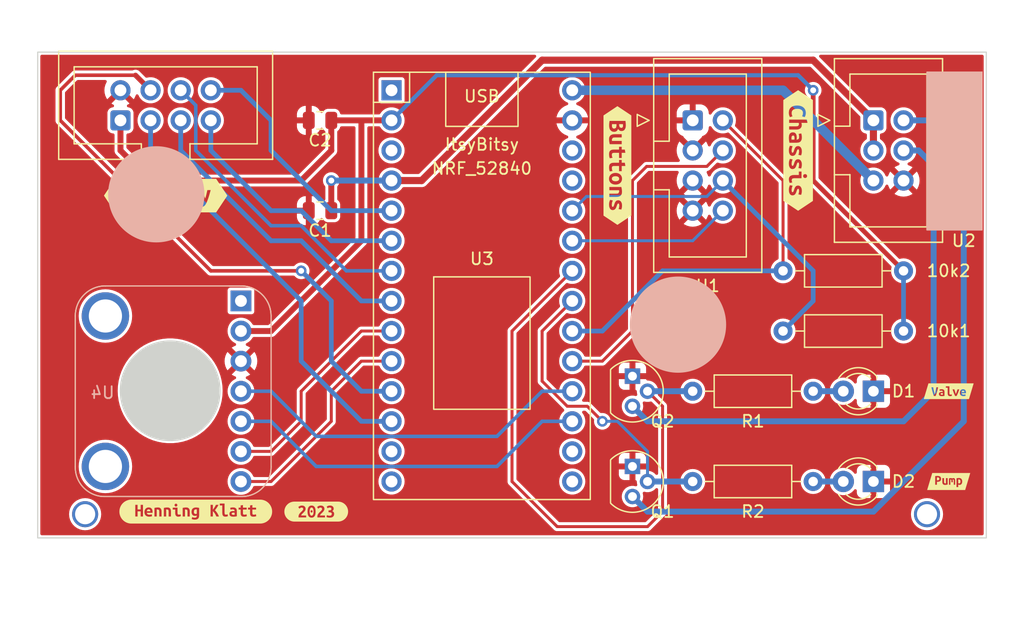
<source format=kicad_pcb>
(kicad_pcb (version 20221018) (generator pcbnew)
  (layers (0 "F.Cu" signal) (31 "B.Cu" signal) (34 "B.Paste" user) (35 "F.Paste" user) (36 "B.SilkS" user "B.Silkscreen") (37 "F.SilkS" user "F.Silkscreen") (38 "B.Mask" user) (39 "F.Mask" user) (44 "Edge.Cuts" user))
  (net 0 "")
  (net 1 "BTN2")
  (net 2 "+3.3V")
  (net 3 "BTN1")
  (net 4 "+5V")
  (net 5 "GND")
  (net 6 "Net-(D1-A)")
  (net 7 "Net-(D2-A)")
  (net 8 "PUMP_PWR")
  (net 9 "PUMP_CTL")
  (net 10 "VALVE_PWR")
  (net 11 "VALVE_CTL")
  (net 12 "LED1")
  (net 13 "LED2")
  (net 14 "+BATT")
  (net 17 "BL")
  (net 18 "RST")
  (net 19 "DC")
  (net 20 "CS")
  (net 21 "EOC")
  (net 22 "MPRLS_RST")
  (net 23 "SCK")
  (net 24 "MOSI")
  (net 25 "MISO")
  (net 29 "SDA")
  (net 30 "SCL")
  (footprint "LED_THT:LED_D3.0mm" (layer "F.Cu") (at 119.38 61.595 180)
    (fp_text reference "D1" (at -2.54 0) (layer "F.SilkS"))
    (fp_text value "LED")
    (pad "1" thru_hole rect (at 0 0 180) (size 1.8 1.8) (drill 0.9) (layers "*.Cu" "*.Mask") (net 5 "GND"))
    (pad "2" thru_hole circle (at 2.54 0 180) (size 1.8 1.8) (drill 0.9) (layers "*.Cu" "*.Mask") (net 6 "Net-(D1-A)"))
  )
  (footprint "kibuzzard-6462506E" (layer "F.Cu") (at 59.69 45.085)
    (fp_text reference "kibuzzard-6462506E" hide)
    (fp_text value "G***" hide)
  )
  (footprint "Capacitor_SMD:C_0805_2012Metric" (layer "F.Cu") (at 72.71 38.735 180)
    (fp_text reference "C2" (at 0 -1.68) (layer "F.SilkS"))
    (fp_text value "4.7uF")
    (pad "1" smd roundrect (at -0.95 0 180) (size 1 1.45) (layers "F.Cu" "F.Paste" "F.Mask") (net 2 "+3.3V"))
    (pad "2" smd roundrect (at 0.95 0 180) (size 1 1.45) (layers "F.Cu" "F.Paste" "F.Mask") (net 5 "GND"))
  )
  (footprint "PRO_MCU:BoardGeometry" (layer "F.Cu") (at 88.9 53.975)
    (fp_text reference "Logo" hide)
    (fp_text value "BoardGeometry")
    (fp_rect (start -40 20) (end 40 -21) (stroke (width 0.1)) (fill none) (layer "Edge.Cuts"))
    (pad "" thru_hole circle (at -36 18) (size 2.2 2.2) (drill 1.7) (layers "*.Cu" "*.Mask"))
    (pad "" thru_hole circle (at 35 18) (size 2.2 2.2) (drill 1.7) (layers "*.Cu" "*.Mask"))
  )
  (footprint "kibuzzard-64625088" (layer "F.Cu") (at 97.79 42.545 -90)
    (fp_text reference "kibuzzard-64625088" hide)
    (fp_text value "G***" hide)
  )
  (footprint "kibuzzard-646250CA" (layer "F.Cu") (at 113.03 41.275 -90)
    (fp_text reference "kibuzzard-646250CA" hide)
    (fp_text value "G***" hide)
  )
  (footprint "Package_TO_SOT_THT:TO-92" (layer "F.Cu") (at 99.06 67.945 -90)
    (fp_text reference "Q1" (at 3.81 -2.54 -180) (layer "F.SilkS"))
    (fp_text value "TN0702")
    (pad "1" thru_hole rect (at 0 0 270) (size 1.3 1.3) (drill 0.75) (layers "*.Cu" "*.Mask") (net 5 "GND"))
    (pad "2" thru_hole circle (at 1.27 -1.27 270) (size 1.3 1.3) (drill 0.75) (layers "*.Cu" "*.Mask") (net 9 "PUMP_CTL"))
    (pad "3" thru_hole circle (at 2.54 0 270) (size 1.3 1.3) (drill 0.75) (layers "*.Cu" "*.Mask") (net 8 "PUMP_PWR"))
  )
  (footprint "Capacitor_SMD:C_0805_2012Metric" (layer "F.Cu") (at 72.71 46.355 180)
    (fp_text reference "C1" (at 0 -1.68) (layer "F.SilkS"))
    (fp_text value "4.7uF")
    (pad "1" smd roundrect (at -0.95 0 180) (size 1 1.45) (layers "F.Cu" "F.Paste" "F.Mask") (net 4 "+5V"))
    (pad "2" smd roundrect (at 0.95 0 180) (size 1 1.45) (layers "F.Cu" "F.Paste" "F.Mask") (net 5 "GND"))
  )
  (footprint "Connector_IDC:IDC-Header_2x04_P2.54mm_Vertical" (layer "F.Cu") (at 104.14 38.735)
    (fp_text reference "U1" (at 1.27 13.97) (layer "F.SilkS"))
    (fp_text value "Buttons_LED" hide)
    (pad "1" thru_hole roundrect (at 0 0) (size 1.7 1.7) (drill 1) (layers "*.Cu" "*.Mask") (roundrect_rratio 0.1470588235) (net 5 "GND"))
    (pad "2" thru_hole circle (at 2.54 0) (size 1.7 1.7) (drill 1) (layers "*.Cu" "*.Mask") (net 3 "BTN1"))
    (pad "3" thru_hole circle (at 0 2.54) (size 1.7 1.7) (drill 1) (layers "*.Cu" "*.Mask") (net 5 "GND"))
    (pad "4" thru_hole circle (at 2.54 2.54) (size 1.7 1.7) (drill 1) (layers "*.Cu" "*.Mask") (net 12 "LED1"))
    (pad "5" thru_hole circle (at 0 5.08) (size 1.7 1.7) (drill 1) (layers "*.Cu" "*.Mask") (net 5 "GND"))
    (pad "6" thru_hole circle (at 2.54 5.08) (size 1.7 1.7) (drill 1) (layers "*.Cu" "*.Mask") (net 1 "BTN2"))
    (pad "7" thru_hole circle (at 0 7.62) (size 1.7 1.7) (drill 1) (layers "*.Cu" "*.Mask") (net 5 "GND"))
    (pad "8" thru_hole circle (at 2.54 7.62) (size 1.7 1.7) (drill 1) (layers "*.Cu" "*.Mask") (net 13 "LED2"))
  )
  (footprint "Connector_IDC:IDC-Header_2x04_P2.54mm_Vertical" (layer "F.Cu") (at 55.88 38.735 90)
    (fp_text reference "U5" hide)
    (fp_text value "waveshare_15867" hide)
    (pad "1" thru_hole roundrect (at 0 0 90) (size 1.7 1.7) (drill 1) (layers "*.Cu" "*.Mask") (roundrect_rratio 0.1470588235) (net 2 "+3.3V"))
    (pad "2" thru_hole circle (at 2.54 0 90) (size 1.7 1.7) (drill 1) (layers "*.Cu" "*.Mask") (net 5 "GND"))
    (pad "3" thru_hole circle (at 0 2.54 90) (size 1.7 1.7) (drill 1) (layers "*.Cu" "*.Mask") (net 24 "MOSI"))
    (pad "4" thru_hole circle (at 2.54 2.54 90) (size 1.7 1.7) (drill 1) (layers "*.Cu" "*.Mask") (net 23 "SCK"))
    (pad "5" thru_hole circle (at 0 5.08 90) (size 1.7 1.7) (drill 1) (layers "*.Cu" "*.Mask") (net 20 "CS"))
    (pad "6" thru_hole circle (at 2.54 5.08 90) (size 1.7 1.7) (drill 1) (layers "*.Cu" "*.Mask") (net 19 "DC"))
    (pad "7" thru_hole circle (at 0 7.62 90) (size 1.7 1.7) (drill 1) (layers "*.Cu" "*.Mask") (net 18 "RST"))
    (pad "8" thru_hole circle (at 2.54 7.62 90) (size 1.7 1.7) (drill 1) (layers "*.Cu" "*.Mask") (net 17 "BL"))
  )
  (footprint "Resistor_THT:R_Axial_DIN0207_L6.3mm_D2.5mm_P10.16mm_Horizontal" (layer "F.Cu") (at 104.14 69.215)
    (fp_text reference "R2" (at 5.08 2.54) (layer "F.SilkS"))
    (fp_text value "680")
    (pad "1" thru_hole circle (at 0 0) (size 1.6 1.6) (drill 0.8) (layers "*.Cu" "*.Mask") (net 9 "PUMP_CTL"))
    (pad "2" thru_hole oval (at 10.16 0) (size 1.6 1.6) (drill 0.8) (layers "*.Cu" "*.Mask") (net 7 "Net-(D2-A)"))
  )
  (footprint "LED_THT:LED_D3.0mm" (layer "F.Cu") (at 119.38 69.215 180)
    (fp_text reference "D2" (at -2.54 0) (layer "F.SilkS"))
    (fp_text value "LED")
    (pad "1" thru_hole rect (at 0 0 180) (size 1.8 1.8) (drill 0.9) (layers "*.Cu" "*.Mask") (net 5 "GND"))
    (pad "2" thru_hole circle (at 2.54 0 180) (size 1.8 1.8) (drill 0.9) (layers "*.Cu" "*.Mask") (net 7 "Net-(D2-A)"))
  )
  (footprint "kibuzzard-64625122" (layer "F.Cu") (at 72.39 71.755)
    (fp_text reference "kibuzzard-64625122" hide)
    (fp_text value "G***" hide)
  )
  (footprint "kibuzzard-646251AC" (layer "F.Cu") (at 125.73 69.215)
    (fp_text reference "kibuzzard-646251AC" hide)
    (fp_text value "G***" hide)
  )
  (footprint "PRO_MCU:ItsyBitsy_NRF52840" (layer "F.Cu") (at 88.9 48.895)
    (fp_text reference "U3" (at -2.54 1.524 unlocked) (layer "F.SilkS"))
    (fp_text value "ItsyBitsy_NRF52840")
    (fp_text user "USB" (at -2.54 -12.192 unlocked) (layer "F.SilkS"))
    (fp_text user "NRF_52840" (at -2.54 -6.096 unlocked) (layer "F.SilkS"))
    (fp_text user "ItsyBitsy" (at -2.54 -8.128 unlocked) (layer "F.SilkS"))
    (pad "1" thru_hole rect (at -10.16 -12.7) (size 1.7 1.7) (drill 1) (layers "*.Cu" "*.Mask"))
    (pad "2" thru_hole oval (at -10.16 -10.16) (size 1.7 1.7) (drill 1) (layers "*.Cu" "*.Mask") (net 2 "+3.3V"))
    (pad "3" thru_hole oval (at -10.16 -7.62) (size 1.7 1.7) (drill 1) (layers "*.Cu" "*.Mask"))
    (pad "4" thru_hole oval (at -10.16 -5.08) (size 1.7 1.7) (drill 1) (layers "*.Cu" "*.Mask") (net 4 "+5V"))
    (pad "5" thru_hole oval (at -10.16 -2.54) (size 1.7 1.7) (drill 1) (layers "*.Cu" "*.Mask") (net 17 "BL"))
    (pad "6" thru_hole oval (at -10.16 0) (size 1.7 1.7) (drill 1) (layers "*.Cu" "*.Mask") (net 18 "RST"))
    (pad "7" thru_hole oval (at -10.16 2.54) (size 1.7 1.7) (drill 1) (layers "*.Cu" "*.Mask") (net 19 "DC"))
    (pad "8" thru_hole oval (at -10.16 5.08) (size 1.7 1.7) (drill 1) (layers "*.Cu" "*.Mask") (net 20 "CS"))
    (pad "9" thru_hole oval (at -10.16 7.62) (size 1.7 1.7) (drill 1) (layers "*.Cu" "*.Mask") (net 21 "EOC"))
    (pad "10" thru_hole oval (at -10.16 10.16) (size 1.7 1.7) (drill 1) (layers "*.Cu" "*.Mask") (net 22 "MPRLS_RST"))
    (pad "11" thru_hole oval (at -10.16 12.7) (size 1.7 1.7) (drill 1) (layers "*.Cu" "*.Mask") (net 23 "SCK"))
    (pad "12" thru_hole oval (at -10.16 15.24) (size 1.7 1.7) (drill 1) (layers "*.Cu" "*.Mask") (net 24 "MOSI"))
    (pad "13" thru_hole oval (at -10.16 17.78) (size 1.7 1.7) (drill 1) (layers "*.Cu" "*.Mask") (net 25 "MISO"))
    (pad "14" thru_hole oval (at -10.16 20.32) (size 1.7 1.7) (drill 1) (layers "*.Cu" "*.Mask"))
    (pad "15" thru_hole oval (at 5.08 20.32) (size 1.7 1.7) (drill 1) (layers "*.Cu" "*.Mask"))
    (pad "16" thru_hole oval (at 5.08 17.78) (size 1.7 1.7) (drill 1) (layers "*.Cu" "*.Mask"))
    (pad "17" thru_hole oval (at 5.08 15.24) (size 1.7 1.7) (drill 1) (layers "*.Cu" "*.Mask") (net 29 "SDA"))
    (pad "18" thru_hole oval (at 5.08 12.7) (size 1.7 1.7) (drill 1) (layers "*.Cu" "*.Mask") (net 30 "SCL"))
    (pad "19" thru_hole oval (at 5.08 10.16) (size 1.7 1.7) (drill 1) (layers "*.Cu" "*.Mask") (net 12 "LED1"))
    (pad "20" thru_hole oval (at 5.08 7.62) (size 1.7 1.7) (drill 1) (layers "*.Cu" "*.Mask") (net 3 "BTN1"))
    (pad "21" thru_hole oval (at 5.08 5.08) (size 1.7 1.7) (drill 1) (layers "*.Cu" "*.Mask") (net 9 "PUMP_CTL"))
    (pad "22" thru_hole oval (at 5.08 2.54) (size 1.7 1.7) (drill 1) (layers "*.Cu" "*.Mask") (net 11 "VALVE_CTL"))
    (pad "23" thru_hole oval (at 5.08 0) (size 1.7 1.7) (drill 1) (layers "*.Cu" "*.Mask") (net 13 "LED2"))
    (pad "24" thru_hole oval (at 5.08 -2.54) (size 1.7 1.7) (drill 1) (layers "*.Cu" "*.Mask") (net 1 "BTN2"))
    (pad "25" thru_hole oval (at 5.08 -5.08) (size 1.7 1.7) (drill 1) (layers "*.Cu" "*.Mask"))
    (pad "26" thru_hole oval (at 5.08 -7.62) (size 1.7 1.7) (drill 1) (layers "*.Cu" "*.Mask"))
    (pad "27" thru_hole oval (at 5.08 -10.16) (size 1.7 1.7) (drill 1) (layers "*.Cu" "*.Mask") (net 5 "GND"))
    (pad "28" thru_hole oval (at 5.08 -12.7) (size 1.7 1.7) (drill 1) (layers "*.Cu" "*.Mask") (net 14 "+BATT"))
  )
  (footprint "Connector_IDC:IDC-Header_2x03_P2.54mm_Vertical" (layer "F.Cu") (at 119.38 38.735)
    (fp_text reference "U2" (at 7.62 10.16) (layer "F.SilkS"))
    (fp_text value "Chassis" hide)
    (pad "1" thru_hole roundrect (at 0 0) (size 1.7 1.7) (drill 1) (layers "*.Cu" "*.Mask") (roundrect_rratio 0.1470588235) (net 4 "+5V"))
    (pad "2" thru_hole circle (at 2.54 0) (size 1.7 1.7) (drill 1) (layers "*.Cu" "*.Mask") (net 8 "PUMP_PWR"))
    (pad "3" thru_hole circle (at 0 2.54) (size 1.7 1.7) (drill 1) (layers "*.Cu" "*.Mask") (net 4 "+5V"))
    (pad "4" thru_hole circle (at 2.54 2.54) (size 1.7 1.7) (drill 1) (layers "*.Cu" "*.Mask") (net 10 "VALVE_PWR"))
    (pad "5" thru_hole circle (at 0 5.08) (size 1.7 1.7) (drill 1) (layers "*.Cu" "*.Mask") (net 14 "+BATT"))
    (pad "6" thru_hole circle (at 2.54 5.08) (size 1.7 1.7) (drill 1) (layers "*.Cu" "*.Mask") (net 5 "GND"))
  )
  (footprint "Resistor_THT:R_Axial_DIN0207_L6.3mm_D2.5mm_P10.16mm_Horizontal" (layer "F.Cu") (at 111.76 51.435)
    (fp_text reference "10k2" (at 13.97 0) (layer "F.SilkS"))
    (fp_text value "R")
    (pad "1" thru_hole circle (at 0 0) (size 1.6 1.6) (drill 0.8) (layers "*.Cu" "*.Mask") (net 3 "BTN1"))
    (pad "2" thru_hole oval (at 10.16 0) (size 1.6 1.6) (drill 0.8) (layers "*.Cu" "*.Mask") (net 2 "+3.3V"))
  )
  (footprint "Resistor_THT:R_Axial_DIN0207_L6.3mm_D2.5mm_P10.16mm_Horizontal" (layer "F.Cu") (at 111.76 56.515)
    (fp_text reference "10k1" (at 13.97 0) (layer "F.SilkS"))
    (fp_text value "R")
    (pad "1" thru_hole circle (at 0 0) (size 1.6 1.6) (drill 0.8) (layers "*.Cu" "*.Mask") (net 1 "BTN2"))
    (pad "2" thru_hole oval (at 10.16 0) (size 1.6 1.6) (drill 0.8) (layers "*.Cu" "*.Mask") (net 2 "+3.3V"))
  )
  (footprint "kibuzzard-646251A1" (layer "F.Cu") (at 125.73 61.595)
    (fp_text reference "kibuzzard-646251A1" hide)
    (fp_text value "G***" hide)
  )
  (footprint "Package_TO_SOT_THT:TO-92" (layer "F.Cu") (at 99.06 60.325 -90)
    (fp_text reference "Q2" (at 3.81 -2.54 -180) (layer "F.SilkS"))
    (fp_text value "TN0702")
    (pad "1" thru_hole rect (at 0 0 270) (size 1.3 1.3) (drill 0.75) (layers "*.Cu" "*.Mask") (net 5 "GND"))
    (pad "2" thru_hole circle (at 1.27 -1.27 270) (size 1.3 1.3) (drill 0.75) (layers "*.Cu" "*.Mask") (net 11 "VALVE_CTL"))
    (pad "3" thru_hole circle (at 2.54 0 270) (size 1.3 1.3) (drill 0.75) (layers "*.Cu" "*.Mask") (net 10 "VALVE_PWR"))
  )
  (footprint "Resistor_THT:R_Axial_DIN0207_L6.3mm_D2.5mm_P10.16mm_Horizontal" (layer "F.Cu") (at 104.14 61.595)
    (fp_text reference "R1" (at 5.08 2.54) (layer "F.SilkS"))
    (fp_text value "680")
    (pad "1" thru_hole circle (at 0 0) (size 1.6 1.6) (drill 0.8) (layers "*.Cu" "*.Mask") (net 11 "VALVE_CTL"))
    (pad "2" thru_hole oval (at 10.16 0) (size 1.6 1.6) (drill 0.8) (layers "*.Cu" "*.Mask") (net 6 "Net-(D1-A)"))
  )
  (footprint "kibuzzard-646250F7" (layer "F.Cu") (at 62.23 71.755)
    (fp_text reference "kibuzzard-646250F7" hide)
    (fp_text value "G***" hide)
  )
  (footprint "PRO_MCU:MPRLS" (layer "B.Cu") (at 60.5715 61.5585 -90)
    (fp_text reference "U4" (at 0.1615 6.1965 unlocked) (layer "B.SilkS") (effects (justify mirror)))
    (fp_text value "MPRLS")
    (fp_circle (center 0 0.5) (end 4.2 0.5) (stroke (width 0.1)) (fill solid) (layer "Edge.Cuts"))
    (pad "" thru_hole circle (at -6.3135 5.9615 270) (size 4 4) (drill 2.8) (layers "*.Cu" "*.Mask"))
    (pad "" thru_hole circle (at 6.3865 5.9615 270) (size 4 4) (drill 2.8) (layers "*.Cu" "*.Mask"))
    (pad "1" thru_hole rect (at -7.5835 -5.4685 180) (size 1.75 1.75) (drill 1) (layers "*.Cu" "*.Mask"))
    (pad "2" thru_hole circle (at -5.0435 -5.4685 180) (size 1.75 1.75) (drill 1) (layers "*.Cu" "*.Mask") (net 2 "+3.3V"))
    (pad "3" thru_hole circle (at -2.5035 -5.4685 180) (size 1.75 1.75) (drill 1) (layers "*.Cu" "*.Mask") (net 5 "GND"))
    (pad "4" thru_hole circle (at 0.0365 -5.4685 180) (size 1.75 1.75) (drill 1) (layers "*.Cu" "*.Mask") (net 30 "SCL"))
    (pad "5" thru_hole circle (at 2.5765 -5.4685 180) (size 1.75 1.75) (drill 1) (layers "*.Cu" "*.Mask") (net 29 "SDA"))
    (pad "6" thru_hole circle (at 5.1165 -5.4685 180) (size 1.75 1.75) (drill 1) (layers "*.Cu" "*.Mask") (net 21 "EOC"))
    (pad "7" thru_hole circle (at 7.6565 -5.4685 180) (size 1.75 1.75) (drill 1) (layers "*.Cu" "*.Mask") (net 22 "MPRLS_RST"))
  )
  (segment (start 114.3 53.975) (end 111.76 56.515) (width 0.4) (layer "B.Cu") (net 1))
  (segment (start 95.175 45.16) (end 105.335 45.16) (width 0.25) (layer "B.Cu") (net 1))
  (segment (start 106.68 43.815) (end 114.3 51.435) (width 0.4) (layer "B.Cu") (net 1))
  (segment (start 105.335 45.16) (end 106.68 43.815) (width 0.25) (layer "B.Cu") (net 1))
  (segment (start 114.3 51.435) (end 114.3 53.975) (width 0.4) (layer "B.Cu") (net 1))
  (segment (start 93.98 46.355) (end 95.175 45.16) (width 0.25) (layer "B.Cu") (net 1))
  (segment (start 114.3 36.195) (end 114.3 43.815) (width 0.4) (layer "F.Cu") (net 2))
  (segment (start 55.88 38.735) (end 55.88 41.275) (width 0.5) (layer "F.Cu") (net 2))
  (segment (start 66.04 56.515) (end 68.58 56.515) (width 0.5) (layer "F.Cu") (net 2))
  (segment (start 76.2 38.735) (end 78.74 38.735) (width 0.5) (layer "F.Cu") (net 2))
  (segment (start 76.2 48.895) (end 76.2 38.735) (width 0.5) (layer "F.Cu") (net 2))
  (segment (start 114.3 43.815) (end 121.92 51.435) (width 0.4) (layer "F.Cu") (net 2))
  (segment (start 71.12 43.815) (end 73.66 41.275) (width 0.5) (layer "F.Cu") (net 2))
  (segment (start 55.88 41.275) (end 58.42 43.815) (width 0.5) (layer "F.Cu") (net 2))
  (segment (start 68.58 56.515) (end 76.2 48.895) (width 0.5) (layer "F.Cu") (net 2))
  (segment (start 58.42 43.815) (end 71.12 43.815) (width 0.5) (layer "F.Cu") (net 2))
  (segment (start 73.66 41.275) (end 73.66 38.735) (width 0.5) (layer "F.Cu") (net 2))
  (segment (start 73.66 38.735) (end 76.2 38.735) (width 0.5) (layer "F.Cu") (net 2))
  (via (at 114.3 36.195) (size 0.9) (drill 0.5) (layers "F.Cu" "B.Cu") (net 2))
  (segment (start 78.74 38.735) (end 82.55 34.925) (width 0.35) (layer "B.Cu") (net 2))
  (segment (start 113.03 34.925) (end 114.3 36.195) (width 0.35) (layer "B.Cu") (net 2))
  (segment (start 121.92 56.515) (end 121.92 51.435) (width 0.4) (layer "B.Cu") (net 2))
  (segment (start 82.55 34.925) (end 113.03 34.925) (width 0.35) (layer "B.Cu") (net 2))
  (segment (start 106.68 38.735) (end 111.76 43.815) (width 0.25) (layer "F.Cu") (net 3))
  (segment (start 111.76 43.815) (end 111.76 51.435) (width 0.25) (layer "F.Cu") (net 3))
  (segment (start 101.6 51.435) (end 111.76 51.435) (width 0.4) (layer "B.Cu") (net 3))
  (segment (start 96.52 56.515) (end 101.6 51.435) (width 0.4) (layer "B.Cu") (net 3))
  (segment (start 93.98 56.515) (end 96.52 56.515) (width 0.4) (layer "B.Cu") (net 3))
  (segment (start 81.28 43.815) (end 78.74 43.815) (width 0.6) (layer "F.Cu") (net 4))
  (segment (start 119.38 38.735) (end 119.38 41.275) (width 0.6) (layer "F.Cu") (net 4))
  (segment (start 119.38 38.735) (end 114.3 33.655) (width 0.6) (layer "F.Cu") (net 4))
  (segment (start 114.3 33.655) (end 91.44 33.655) (width 0.6) (layer "F.Cu") (net 4))
  (segment (start 73.66 46.355) (end 73.66 43.815) (width 0.5) (layer "F.Cu") (net 4))
  (segment (start 91.44 33.655) (end 81.28 43.815) (width 0.6) (layer "F.Cu") (net 4))
  (via (at 73.66 43.815) (size 0.9) (drill 0.5) (layers "F.Cu" "B.Cu") (net 4))
  (segment (start 78.74 43.815) (end 73.66 43.815) (width 0.5) (layer "B.Cu") (net 4))
  (segment (start 114.3 61.595) (end 116.84 61.595) (width 0.5) (layer "B.Cu") (net 6))
  (segment (start 114.3 69.215) (end 116.84 69.215) (width 0.5) (layer "B.Cu") (net 7))
  (segment (start 127 41.275) (end 127 64.135) (width 0.5) (layer "B.Cu") (net 8))
  (segment (start 121.92 38.735) (end 124.46 38.735) (width 0.5) (layer "B.Cu") (net 8))
  (segment (start 119.38 71.755) (end 100.33 71.755) (width 0.5) (layer "B.Cu") (net 8))
  (segment (start 100.33 71.755) (end 99.06 70.485) (width 0.5) (layer "B.Cu") (net 8))
  (segment (start 124.46 38.735) (end 127 41.275) (width 0.5) (layer "B.Cu") (net 8))
  (segment (start 127 64.135) (end 119.38 71.755) (width 0.5) (layer "B.Cu") (net 8))
  (segment (start 91.44 60.744986) (end 91.44 56.515) (width 0.25) (layer "F.Cu") (net 9))
  (segment (start 93.560014 62.865) (end 91.44 60.744986) (width 0.25) (layer "F.Cu") (net 9))
  (segment (start 96.52 64.135) (end 95.25 62.865) (width 0.25) (layer "F.Cu") (net 9))
  (segment (start 91.44 56.515) (end 93.98 53.975) (width 0.25) (layer "F.Cu") (net 9))
  (segment (start 95.25 62.865) (end 93.560014 62.865) (width 0.25) (layer "F.Cu") (net 9))
  (via (at 96.52 64.135) (size 0.9) (drill 0.5) (layers "F.Cu" "B.Cu") (net 9))
  (segment (start 97.79 64.135) (end 96.52 64.135) (width 0.25) (layer "B.Cu") (net 9))
  (segment (start 100.33 69.215) (end 100.33 66.675) (width 0.25) (layer "B.Cu") (net 9))
  (segment (start 100.33 69.215) (end 104.14 69.215) (width 0.5) (layer "B.Cu") (net 9))
  (segment (start 100.33 66.675) (end 97.79 64.135) (width 0.25) (layer "B.Cu") (net 9))
  (segment (start 123.19 41.275) (end 124.46 42.545) (width 0.5) (layer "B.Cu") (net 10))
  (segment (start 121.92 64.135) (end 100.33 64.135) (width 0.5) (layer "B.Cu") (net 10))
  (segment (start 124.46 42.545) (end 124.46 61.595) (width 0.5) (layer "B.Cu") (net 10))
  (segment (start 121.92 41.275) (end 123.19 41.275) (width 0.5) (layer "B.Cu") (net 10))
  (segment (start 124.46 61.595) (end 121.92 64.135) (width 0.5) (layer "B.Cu") (net 10))
  (segment (start 100.33 64.135) (end 99.06 62.865) (width 0.5) (layer "B.Cu") (net 10))
  (segment (start 92.71 73.025) (end 88.9 69.215) (width 0.25) (layer "F.Cu") (net 11))
  (segment (start 88.9 56.515) (end 93.98 51.435) (width 0.25) (layer "F.Cu") (net 11))
  (segment (start 101.6 62.865) (end 101.6 71.755) (width 0.25) (layer "F.Cu") (net 11))
  (segment (start 88.9 69.215) (end 88.9 56.515) (width 0.25) (layer "F.Cu") (net 11))
  (segment (start 101.6 71.755) (end 100.33 73.025) (width 0.25) (layer "F.Cu") (net 11))
  (segment (start 100.33 73.025) (end 92.71 73.025) (width 0.25) (layer "F.Cu") (net 11))
  (segment (start 100.33 61.595) (end 101.6 62.865) (width 0.25) (layer "F.Cu") (net 11))
  (segment (start 100.33 61.595) (end 104.14 61.595) (width 0.5) (layer "B.Cu") (net 11))
  (segment (start 99.06 43.815) (end 99.06 56.515) (width 0.25) (layer "F.Cu") (net 12))
  (segment (start 100.255 42.62) (end 99.06 43.815) (width 0.25) (layer "F.Cu") (net 12))
  (segment (start 99.06 56.515) (end 96.52 59.055) (width 0.25) (layer "F.Cu") (net 12))
  (segment (start 96.52 59.055) (end 93.98 59.055) (width 0.25) (layer "F.Cu") (net 12))
  (segment (start 105.335 42.62) (end 100.255 42.62) (width 0.25) (layer "F.Cu") (net 12))
  (segment (start 106.68 41.275) (end 105.335 42.62) (width 0.25) (layer "F.Cu") (net 12))
  (segment (start 93.98 48.895) (end 104.14 48.895) (width 0.25) (layer "B.Cu") (net 13))
  (segment (start 104.14 48.895) (end 106.68 46.355) (width 0.25) (layer "B.Cu") (net 13))
  (segment (start 119.38 43.815) (end 111.76 36.195) (width 0.8) (layer "B.Cu") (net 14))
  (segment (start 111.76 36.195) (end 93.98 36.195) (width 0.8) (layer "B.Cu") (net 14))
  (segment (start 63.5 36.195) (end 66.04 36.195) (width 0.4) (layer "B.Cu") (net 17))
  (segment (start 66.04 36.195) (end 68.58 38.735) (width 0.4) (layer "B.Cu") (net 17))
  (segment (start 68.58 38.735) (end 68.58 41.275) (width 0.4) (layer "B.Cu") (net 17))
  (segment (start 68.58 41.275) (end 73.66 46.355) (width 0.4) (layer "B.Cu") (net 17))
  (segment (start 73.66 46.355) (end 78.74 46.355) (width 0.4) (layer "B.Cu") (net 17))
  (segment (start 71.12 46.355) (end 73.66 48.895) (width 0.4) (layer "B.Cu") (net 18))
  (segment (start 63.5 38.735) (end 63.5 41.275) (width 0.4) (layer "B.Cu") (net 18))
  (segment (start 68.58 46.355) (end 71.12 46.355) (width 0.4) (layer "B.Cu") (net 18))
  (segment (start 73.66 48.895) (end 78.74 48.895) (width 0.4) (layer "B.Cu") (net 18))
  (segment (start 63.5 41.275) (end 68.58 46.355) (width 0.4) (layer "B.Cu") (net 18))
  (segment (start 60.96 36.195) (end 62.23 37.465) (width 0.3) (layer "B.Cu") (net 19))
  (segment (start 62.23 37.465) (end 62.23 41.275) (width 0.3) (layer "B.Cu") (net 19))
  (segment (start 71.12 47.625) (end 74.93 51.435) (width 0.3) (layer "B.Cu") (net 19))
  (segment (start 62.23 41.275) (end 68.58 47.625) (width 0.3) (layer "B.Cu") (net 19))
  (segment (start 68.58 47.625) (end 71.12 47.625) (width 0.3) (layer "B.Cu") (net 19))
  (segment (start 74.93 51.435) (end 78.74 51.435) (width 0.3) (layer "B.Cu") (net 19))
  (segment (start 78.74 53.975) (end 76.2 53.975) (width 0.4) (layer "B.Cu") (net 20))
  (segment (start 60.96 41.275) (end 68.58 48.895) (width 0.4) (layer "B.Cu") (net 20))
  (segment (start 76.2 53.975) (end 71.12 48.895) (width 0.4) (layer "B.Cu") (net 20))
  (segment (start 71.12 48.895) (end 68.58 48.895) (width 0.4) (layer "B.Cu") (net 20))
  (segment (start 60.96 38.735) (end 60.96 41.275) (width 0.4) (layer "B.Cu") (net 20))
  (segment (start 66.04 66.675) (end 68.58 66.675) (width 0.25) (layer "F.Cu") (net 21))
  (segment (start 76.2 56.515) (end 78.74 56.515) (width 0.25) (layer "F.Cu") (net 21))
  (segment (start 71.12 64.135) (end 71.12 61.595) (width 0.25) (layer "F.Cu") (net 21))
  (segment (start 71.12 61.595) (end 76.2 56.515) (width 0.25) (layer "F.Cu") (net 21))
  (segment (start 68.58 66.675) (end 71.12 64.135) (width 0.25) (layer "F.Cu") (net 21))
  (segment (start 73.66 61.595) (end 76.2 59.055) (width 0.25) (layer "F.Cu") (net 22))
  (segment (start 66.04 69.215) (end 68.58 69.215) (width 0.25) (layer "F.Cu") (net 22))
  (segment (start 68.58 69.215) (end 73.66 64.135) (width 0.25) (layer "F.Cu") (net 22))
  (segment (start 73.66 64.135) (end 73.66 61.595) (width 0.25) (layer "F.Cu") (net 22))
  (segment (start 76.2 59.055) (end 78.74 59.055) (width 0.25) (layer "F.Cu") (net 22))
  (segment (start 50.8 38.735) (end 50.8 36.195) (width 0.3) (layer "F.Cu") (net 23))
  (segment (start 57.15 34.925) (end 58.42 36.195) (width 0.43) (layer "F.Cu") (net 23))
  (segment (start 71.12 51.435) (end 63.5 51.435) (width 0.3) (layer "F.Cu") (net 23))
  (segment (start 52.07 34.925) (end 57.15 34.925) (width 0.3) (layer "F.Cu") (net 23))
  (segment (start 50.8 36.195) (end 52.07 34.925) (width 0.3) (layer "F.Cu") (net 23))
  (segment (start 63.5 51.435) (end 50.8 38.735) (width 0.3) (layer "F.Cu") (net 23))
  (via (at 71.12 51.435) (size 0.9) (drill 0.5) (layers "F.Cu" "B.Cu") (net 23))
  (segment (start 73.66 53.975) (end 71.12 51.435) (width 0.4) (layer "B.Cu") (net 23))
  (segment (start 78.74 61.595) (end 76.2 61.595) (width 0.4) (layer "B.Cu") (net 23))
  (segment (start 76.2 61.595) (end 73.66 59.055) (width 0.4) (layer "B.Cu") (net 23))
  (segment (start 73.66 59.055) (end 73.66 53.975) (width 0.4) (layer "B.Cu") (net 23))
  (segment (start 71.12 53.975) (end 58.42 41.275) (width 0.4) (layer "B.Cu") (net 24))
  (segment (start 58.42 41.275) (end 58.42 38.735) (width 0.4) (layer "B.Cu") (net 24))
  (segment (start 78.74 64.135) (end 76.2 64.135) (width 0.4) (layer "B.Cu") (net 24))
  (segment (start 76.2 64.135) (end 71.12 59.055) (width 0.4) (layer "B.Cu") (net 24))
  (segment (start 71.12 59.055) (end 71.12 53.975) (width 0.4) (layer "B.Cu") (net 24))
  (segment (start 68.58 64.135) (end 72.39 67.945) (width 0.3) (layer "B.Cu") (net 29))
  (segment (start 91.44 64.135) (end 93.98 64.135) (width 0.3) (layer "B.Cu") (net 29))
  (segment (start 72.39 67.945) (end 87.63 67.945) (width 0.3) (layer "B.Cu") (net 29))
  (segment (start 66.04 64.135) (end 68.58 64.135) (width 0.3) (layer "B.Cu") (net 29))
  (segment (start 87.63 67.945) (end 91.44 64.135) (width 0.3) (layer "B.Cu") (net 29))
  (segment (start 91.44 61.595) (end 93.98 61.595) (width 0.3) (layer "B.Cu") (net 30))
  (segment (start 72.39 65.405) (end 87.63 65.405) (width 0.3) (layer "B.Cu") (net 30))
  (segment (start 87.63 65.405) (end 91.44 61.595) (width 0.3) (layer "B.Cu") (net 30))
  (segment (start 68.58 61.595) (end 72.39 65.405) (width 0.3) (layer "B.Cu") (net 30))
  (segment (start 66.04 61.595) (end 68.58 61.595) (width 0.3) (layer "B.Cu") (net 30))
  (zone (net 5) (net_name "GND") (layer "F.Cu") (connect_pads (clearance 0.25)) (min_thickness 0.25) (fill yes (thermal_gap 0.5) (thermal_bridge_width 0.5))
    (polygon (pts (xy 132.08 28.575) (xy 45.72 28.575) (xy 45.72 81.915) (xy 132.08 81.915)))
  )
)
</source>
